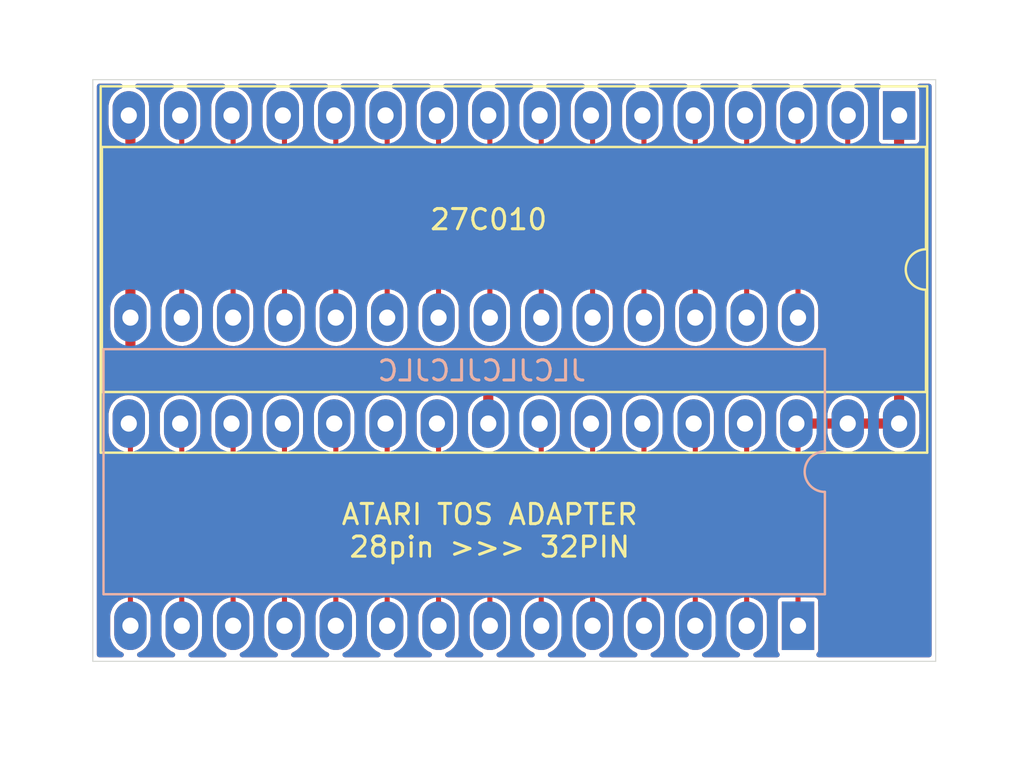
<source format=kicad_pcb>
(kicad_pcb (version 20210722) (generator pcbnew)
  (layers (0 "F.Cu" signal) (31 "B.Cu" signal) (34 "B.Paste" user) (35 "F.Paste" user) (36 "B.SilkS" user "B.Silkscreen") (37 "F.SilkS" user "F.Silkscreen") (38 "B.Mask" user) (39 "F.Mask" user) (44 "Edge.Cuts" user))
  (net 0 "")
  (footprint "Package_DIP:DIP-32_W15.24mm_Socket_LongPads" (layer "F.Cu") (at 155.12 74.77 -90)
    (fp_text reference " " (at 7.62 -2.33 90) (layer "F.SilkS"))
    (fp_text value " ")
    (fp_line (start -1.44 -1.39) (end -1.44 39.49) (layer "F.SilkS") (width 0.12))
    (fp_line (start 16.68 -1.39) (end -1.44 -1.39) (layer "F.SilkS") (width 0.12))
    (fp_line (start 16.68 39.49) (end 16.68 -1.39) (layer "F.SilkS") (width 0.12))
    (fp_line (start 13.68 39.43) (end 13.68 -1.33) (layer "F.SilkS") (width 0.12))
    (fp_line (start 1.56 39.43) (end 13.68 39.43) (layer "F.SilkS") (width 0.12))
    (fp_line (start -1.44 39.49) (end 16.68 39.49) (layer "F.SilkS") (width 0.12))
    (fp_line (start 13.68 -1.33) (end 8.62 -1.33) (layer "F.SilkS") (width 0.12))
    (fp_line (start 6.62 -1.33) (end 1.56 -1.33) (layer "F.SilkS") (width 0.12))
    (fp_line (start 1.56 -1.33) (end 1.56 39.43) (layer "F.SilkS") (width 0.12))
    (fp_arc (start 7.62 -1.33) (end 6.62 -1.33) (angle -180) (layer "F.SilkS") (width 0.12))
    (pad "1" thru_hole rect locked (at 0 0 270) (size 2.4 1.6) (drill 0.8) (layers *.Cu *.Mask))
    (pad "2" thru_hole oval locked (at 0 2.54 270) (size 2.4 1.6) (drill 0.8) (layers *.Cu *.Mask))
    (pad "3" thru_hole oval locked (at 0 5.08 270) (size 2.4 1.6) (drill 0.8) (layers *.Cu *.Mask))
    (pad "4" thru_hole oval locked (at 0 7.62 270) (size 2.4 1.6) (drill 0.8) (layers *.Cu *.Mask))
    (pad "5" thru_hole oval locked (at 0 10.16 270) (size 2.4 1.6) (drill 0.8) (layers *.Cu *.Mask))
    (pad "6" thru_hole oval locked (at 0 12.7 270) (size 2.4 1.6) (drill 0.8) (layers *.Cu *.Mask))
    (pad "7" thru_hole oval locked (at 0 15.24 270) (size 2.4 1.6) (drill 0.8) (layers *.Cu *.Mask))
    (pad "8" thru_hole oval locked (at 0 17.78 270) (size 2.4 1.6) (drill 0.8) (layers *.Cu *.Mask))
    (pad "9" thru_hole oval locked (at 0 20.32 270) (size 2.4 1.6) (drill 0.8) (layers *.Cu *.Mask))
    (pad "10" thru_hole oval locked (at 0 22.86 270) (size 2.4 1.6) (drill 0.8) (layers *.Cu *.Mask))
    (pad "11" thru_hole oval locked (at 0 25.4 270) (size 2.4 1.6) (drill 0.8) (layers *.Cu *.Mask))
    (pad "12" thru_hole oval locked (at 0 27.94 270) (size 2.4 1.6) (drill 0.8) (layers *.Cu *.Mask))
    (pad "13" thru_hole oval locked (at 0 30.48 270) (size 2.4 1.6) (drill 0.8) (layers *.Cu *.Mask))
    (pad "14" thru_hole oval locked (at 0 33.02 270) (size 2.4 1.6) (drill 0.8) (layers *.Cu *.Mask))
    (pad "15" thru_hole oval locked (at 0 35.56 270) (size 2.4 1.6) (drill 0.8) (layers *.Cu *.Mask))
    (pad "16" thru_hole oval locked (at 0 38.1 270) (size 2.4 1.6) (drill 0.8) (layers *.Cu *.Mask))
    (pad "17" thru_hole oval locked (at 15.24 38.1 270) (size 2.4 1.6) (drill 0.8) (layers *.Cu *.Mask))
    (pad "18" thru_hole oval locked (at 15.24 35.56 270) (size 2.4 1.6) (drill 0.8) (layers *.Cu *.Mask))
    (pad "19" thru_hole oval locked (at 15.24 33.02 270) (size 2.4 1.6) (drill 0.8) (layers *.Cu *.Mask))
    (pad "20" thru_hole oval locked (at 15.24 30.48 270) (size 2.4 1.6) (drill 0.8) (layers *.Cu *.Mask))
    (pad "21" thru_hole oval locked (at 15.24 27.94 270) (size 2.4 1.6) (drill 0.8) (layers *.Cu *.Mask))
    (pad "22" thru_hole oval locked (at 15.24 25.4 270) (size 2.4 1.6) (drill 0.8) (layers *.Cu *.Mask))
    (pad "23" thru_hole oval locked (at 15.24 22.86 270) (size 2.4 1.6) (drill 0.8) (layers *.Cu *.Mask))
    (pad "24" thru_hole oval locked (at 15.24 20.32 270) (size 2.4 1.6) (drill 0.8) (layers *.Cu *.Mask))
    (pad "25" thru_hole oval locked (at 15.24 17.78 270) (size 2.4 1.6) (drill 0.8) (layers *.Cu *.Mask))
    (pad "26" thru_hole oval locked (at 15.24 15.24 270) (size 2.4 1.6) (drill 0.8) (layers *.Cu *.Mask))
    (pad "27" thru_hole oval locked (at 15.24 12.7 270) (size 2.4 1.6) (drill 0.8) (layers *.Cu *.Mask))
    (pad "28" thru_hole oval locked (at 15.24 10.16 270) (size 2.4 1.6) (drill 0.8) (layers *.Cu *.Mask))
    (pad "29" thru_hole oval locked (at 15.24 7.62 270) (size 2.4 1.6) (drill 0.8) (layers *.Cu *.Mask))
    (pad "30" thru_hole oval locked (at 15.24 5.08 270) (size 2.4 1.6) (drill 0.8) (layers *.Cu *.Mask))
    (pad "31" thru_hole oval locked (at 15.24 2.54 270) (size 2.4 1.6) (drill 0.8) (layers *.Cu *.Mask))
    (pad "32" thru_hole oval locked (at 15.24 0 270) (size 2.4 1.6) (drill 0.8) (layers *.Cu *.Mask))
  )
  (footprint "Symbol:8mm fletch" (layer "F.Cu") (at 153.458206 95.521213 -90)
    (fp_text reference " " hide)
    (fp_text value "LOGO" hide)
  )
  (footprint "Package_DIP:DIP-28_W15.24mm_LongPads" (layer "B.Cu") (at 150.12 100.01 90)
    (fp_text reference " " (at 7.62 2.33 90) (layer "B.SilkS") (effects (justify mirror)))
    (fp_text value " ")
    (fp_line (start 1.56 1.33) (end 1.56 -34.35) (layer "B.SilkS") (width 0.12))
    (fp_line (start 13.68 -34.35) (end 13.68 1.33) (layer "B.SilkS") (width 0.12))
    (fp_line (start 13.68 1.33) (end 8.62 1.33) (layer "B.SilkS") (width 0.12))
    (fp_line (start 1.56 -34.35) (end 13.68 -34.35) (layer "B.SilkS") (width 0.12))
    (fp_line (start 6.62 1.33) (end 1.56 1.33) (layer "B.SilkS") (width 0.12))
    (fp_arc (start 7.62 1.33) (end 6.62 1.33) (angle 180) (layer "B.SilkS") (width 0.12))
    (pad "1" thru_hole rect locked (at 0 0 90) (size 2.4 1.6) (drill 0.8) (layers *.Cu *.Mask))
    (pad "2" thru_hole oval locked (at 0 -2.54 90) (size 2.4 1.6) (drill 0.8) (layers *.Cu *.Mask))
    (pad "3" thru_hole oval locked (at 0 -5.08 90) (size 2.4 1.6) (drill 0.8) (layers *.Cu *.Mask))
    (pad "4" thru_hole oval locked (at 0 -7.62 90) (size 2.4 1.6) (drill 0.8) (layers *.Cu *.Mask))
    (pad "5" thru_hole oval locked (at 0 -10.16 90) (size 2.4 1.6) (drill 0.8) (layers *.Cu *.Mask))
    (pad "6" thru_hole oval locked (at 0 -12.7 90) (size 2.4 1.6) (drill 0.8) (layers *.Cu *.Mask))
    (pad "7" thru_hole oval locked (at 0 -15.24 90) (size 2.4 1.6) (drill 0.8) (layers *.Cu *.Mask))
    (pad "8" thru_hole oval locked (at 0 -17.78 90) (size 2.4 1.6) (drill 0.8) (layers *.Cu *.Mask))
    (pad "9" thru_hole oval locked (at 0 -20.32 90) (size 2.4 1.6) (drill 0.8) (layers *.Cu *.Mask))
    (pad "10" thru_hole oval locked (at 0 -22.86 90) (size 2.4 1.6) (drill 0.8) (layers *.Cu *.Mask))
    (pad "11" thru_hole oval locked (at 0 -25.4 90) (size 2.4 1.6) (drill 0.8) (layers *.Cu *.Mask))
    (pad "12" thru_hole oval locked (at 0 -27.94 90) (size 2.4 1.6) (drill 0.8) (layers *.Cu *.Mask))
    (pad "13" thru_hole oval locked (at 0 -30.48 90) (size 2.4 1.6) (drill 0.8) (layers *.Cu *.Mask))
    (pad "14" thru_hole oval locked (at 0 -33.02 90) (size 2.4 1.6) (drill 0.8) (layers *.Cu *.Mask))
    (pad "15" thru_hole oval locked (at 15.24 -33.02 90) (size 2.4 1.6) (drill 0.8) (layers *.Cu *.Mask))
    (pad "16" thru_hole oval locked (at 15.24 -30.48 90) (size 2.4 1.6) (drill 0.8) (layers *.Cu *.Mask))
    (pad "17" thru_hole oval locked (at 15.24 -27.94 90) (size 2.4 1.6) (drill 0.8) (layers *.Cu *.Mask))
    (pad "18" thru_hole oval locked (at 15.24 -25.4 90) (size 2.4 1.6) (drill 0.8) (layers *.Cu *.Mask))
    (pad "19" thru_hole oval locked (at 15.24 -22.86 90) (size 2.4 1.6) (drill 0.8) (layers *.Cu *.Mask))
    (pad "20" thru_hole oval locked (at 15.24 -20.32 90) (size 2.4 1.6) (drill 0.8) (layers *.Cu *.Mask))
    (pad "21" thru_hole oval locked (at 15.24 -17.78 90) (size 2.4 1.6) (drill 0.8) (layers *.Cu *.Mask))
    (pad "22" thru_hole oval locked (at 15.24 -15.24 90) (size 2.4 1.6) (drill 0.8) (layers *.Cu *.Mask))
    (pad "23" thru_hole oval locked (at 15.24 -12.7 90) (size 2.4 1.6) (drill 0.8) (layers *.Cu *.Mask))
    (pad "24" thru_hole oval locked (at 15.24 -10.16 90) (size 2.4 1.6) (drill 0.8) (layers *.Cu *.Mask))
    (pad "25" thru_hole oval locked (at 15.24 -7.62 90) (size 2.4 1.6) (drill 0.8) (layers *.Cu *.Mask))
    (pad "26" thru_hole oval locked (at 15.24 -5.08 90) (size 2.4 1.6) (drill 0.8) (layers *.Cu *.Mask))
    (pad "27" thru_hole oval locked (at 15.24 -2.54 90) (size 2.4 1.6) (drill 0.8) (layers *.Cu *.Mask))
    (pad "28" thru_hole oval locked (at 15.24 0 90) (size 2.4 1.6) (drill 0.8) (layers *.Cu *.Mask))
  )
  (gr_line (start 156.93 73) (end 156.93 101.77) (layer "Edge.Cuts") (width 0.05))
  (gr_line (start 115.24 101.77) (end 156.93 101.77) (layer "Edge.Cuts") (width 0.05))
  (gr_line (start 115.24 73) (end 115.24 101.77) (layer "Edge.Cuts") (width 0.05))
  (gr_line (start 156.93 73) (end 115.24 73) (layer "Edge.Cuts") (width 0.05))
  (gr_text "JLCJLCJLCJLC" (at 134.48 87.4) (layer "B.SilkS") (effects (font (size 1 1)) (justify mirror)))
  (gr_text "27C010" (at 134.82 79.92) (layer "F.SilkS") (effects (font (size 1 1))))
  (gr_text "ATARI TOS ADAPTER\n28pin >>> 32PIN" (at 134.87 95.31) (layer "F.SilkS") (effects (font (size 1 1))))
  (segment (start 127.26 74.85) (end 127.18 74.77) (width 0.25) (layer "F.Cu") (net 0))
  (segment (start 147.58 74.85) (end 147.5 74.77) (width 0.25) (layer "F.Cu") (net 0))
  (segment (start 134.09 87.32) (end 117.56 87.32) (width 0.5) (layer "F.Cu") (net 0))
  (segment (start 124.72 84.81) (end 124.72 74.85) (width 0.25) (layer "F.Cu") (net 0))
  (segment (start 132.34 74.85) (end 132.26 74.77) (width 0.25) (layer "F.Cu") (net 0))
  (segment (start 132.34 100.05) (end 132.34 90.09) (width 0.25) (layer "F.Cu") (net 0))
  (segment (start 134.88 100.05) (end 134.88 92.87) (width 0.25) (layer "F.Cu") (net 0))
  (segment (start 134.88 84.81) (end 134.88 74.85) (width 0.25) (layer "F.Cu") (net 0))
  (segment (start 124.72 74.85) (end 124.64 74.77) (width 0.25) (layer "F.Cu") (net 0))
  (segment (start 150.12 90.09) (end 150.04 90.01) (width 0.25) (layer "F.Cu") (net 0))
  (segment (start 147.58 90.09) (end 147.5 90.01) (width 0.25) (layer "F.Cu") (net 0))
  (segment (start 132.34 90.09) (end 132.26 90.01) (width 0.25) (layer "F.Cu") (net 0))
  (segment (start 119.64 74.85) (end 119.56 74.77) (width 0.25) (layer "F.Cu") (net 0))
  (segment (start 147.58 100.05) (end 147.58 90.09) (width 0.25) (layer "F.Cu") (net 0))
  (segment (start 122.18 100.05) (end 122.18 90.09) (width 0.25) (layer "F.Cu") (net 0))
  (segment (start 127.26 84.81) (end 127.26 74.85) (width 0.25) (layer "F.Cu") (net 0))
  (segment (start 119.64 84.81) (end 119.64 74.85) (width 0.25) (layer "F.Cu") (net 0))
  (segment (start 117.1 74.85) (end 117.02 74.77) (width 0.25) (layer "F.Cu") (net 0))
  (segment (start 150.12 100.05) (end 150.12 90.09) (width 0.25) (layer "F.Cu") (net 0))
  (segment (start 152.58 90.01) (end 155.12 90.01) (width 0.5) (layer "F.Cu") (net 0))
  (segment (start 137.42 74.85) (end 137.34 74.77) (width 0.25) (layer "F.Cu") (net 0))
  (segment (start 129.8 74.85) (end 129.72 74.77) (width 0.25) (layer "F.Cu") (net 0))
  (segment (start 122.18 74.85) (end 122.1 74.77) (width 0.25) (layer "F.Cu") (net 0))
  (segment (start 124.72 90.09) (end 124.64 90.01) (width 0.25) (layer "F.Cu") (net 0))
  (segment (start 132.34 84.81) (end 132.34 74.85) (width 0.25) (layer "F.Cu") (net 0))
  (segment (start 142.5 74.85) (end 142.42 74.77) (width 0.25) (layer "F.Cu") (net 0))
  (segment (start 137.42 100.05) (end 137.42 90.09) (width 0.25) (layer "F.Cu") (net 0))
  (segment (start 137.42 84.81) (end 137.42 74.85) (width 0.25) (layer "F.Cu") (net 0))
  (segment (start 119.64 100.05) (end 119.64 90.09) (width 0.25) (layer "F.Cu") (net 0))
  (segment (start 147.58 84.81) (end 147.58 74.85) (width 0.25) (layer "F.Cu") (net 0))
  (segment (start 117.1 84.81) (end 117.1 74.85) (width 0.5) (layer "F.Cu") (net 0))
  (segment (start 127.26 90.09) (end 127.18 90.01) (width 0.25) (layer "F.Cu") (net 0))
  (segment (start 137.42 90.09) (end 137.34 90.01) (width 0.25) (layer "F.Cu") (net 0))
  (segment (start 145.04 84.81) (end 145.04 74.85) (width 0.25) (layer "F.Cu") (net 0))
  (segment (start 136.16 91.59) (end 136.16 88.37) (width 0.25) (layer "F.Cu") (net 0))
  (segment (start 139.96 90.09) (end 139.88 90.01) (width 0.25) (layer "F.Cu") (net 0))
  (segment (start 134.88 74.85) (end 134.8 74.77) (width 0.25) (layer "F.Cu") (net 0))
  (segment (start 122.18 84.81) (end 122.18 74.85) (width 0.25) (layer "F.Cu") (net 0))
  (segment (start 150.12 74.85) (end 150.04 74.77) (width 0.25) (layer "F.Cu") (net 0))
  (segment (start 150.12 84.81) (end 150.12 74.85) (width 0.25) (layer "F.Cu") (net 0))
  (segment (start 134.8 88.03) (end 134.09 87.32) (width 0.5) (layer "F.Cu") (net 0))
  (segment (start 139.96 74.85) (end 139.88 74.77) (width 0.25) (layer "F.Cu") (net 0))
  (segment (start 129.8 84.81) (end 129.8 74.85) (width 0.25) (layer "F.Cu") (net 0))
  (segment (start 142.5 90.09) (end 142.42 90.01) (width 0.25) (layer "F.Cu") (net 0))
  (segment (start 142.5 100.05) (end 142.5 90.09) (width 0.25) (layer "F.Cu") (net 0))
  (segment (start 152.58 86.81) (end 152.58 74.77) (width 0.25) (layer "F.Cu") (net 0))
  (segment (start 124.72 100.05) (end 124.72 90.09) (width 0.25) (layer "F.Cu") (net 0))
  (segment (start 139.96 84.81) (end 139.96 74.85) (width 0.25) (layer "F.Cu") (net 0))
  (segment (start 129.8 90.09) (end 129.72 90.01) (width 0.25) (layer "F.Cu") (net 0))
  (segment (start 134.88 92.87) (end 136.16 91.59) (width 0.25) (layer "F.Cu") (net 0))
  (segment (start 145.04 100.05) (end 145.04 90.09) (width 0.25) (layer "F.Cu") (net 0))
  (segment (start 155.12 90.01) (end 155.12 74.77) (width 0.5) (layer "F.Cu") (net 0))
  (segment (start 145.04 74.85) (end 144.96 74.77) (width 0.25) (layer "F.Cu") (net 0))
  (segment (start 117.1 100.05) (end 117.1 90.09) (width 0.25) (layer "F.Cu") (net 0))
  (segment (start 145.04 90.09) (end 144.96 90.01) (width 0.25) (layer "F.Cu") (net 0))
  (segment (start 142.5 84.81) (end 142.5 74.85) (width 0.25) (layer "F.Cu") (net 0))
  (segment (start 136.16 88.37) (end 137.14 87.39) (width 0.25) (layer "F.Cu") (net 0))
  (segment (start 152 87.39) (end 152.58 86.81) (width 0.25) (layer "F.Cu") (net 0))
  (segment (start 117.1 86.86) (end 117.1 84.81) (width 0.5) (layer "F.Cu") (net 0))
  (segment (start 137.14 87.39) (end 152 87.39) (width 0.25) (layer "F.Cu") (net 0))
  (segment (start 117.56 87.32) (end 117.1 86.86) (width 0.5) (layer "F.Cu") (net 0))
  (segment (start 122.18 90.09) (end 122.1 90.01) (width 0.25) (layer "F.Cu") (net 0))
  (segment (start 139.96 100.05) (end 139.96 90.09) (width 0.25) (layer "F.Cu") (net 0))
  (segment (start 127.26 100.05) (end 127.26 90.09) (width 0.25) (layer "F.Cu") (net 0))
  (segment (start 152.58 90.01) (end 150.04 90.01) (width 0.5) (layer "F.Cu") (net 0))
  (segment (start 119.64 90.09) (end 119.56 90.01) (width 0.25) (layer "F.Cu") (net 0))
  (segment (start 117.1 90.09) (end 117.02 90.01) (width 0.25) (layer "F.Cu") (net 0))
  (segment (start 134.8 90.01) (end 134.8 88.03) (width 0.5) (layer "F.Cu") (net 0))
  (segment (start 129.8 100.05) (end 129.8 90.09) (width 0.25) (layer "F.Cu") (net 0))
  (zone (net 0) (net_name "") (layer "F.Cu") (connect_pads (clearance 0.2)) (min_thickness 0.254) (fill yes (thermal_gap 0.508) (thermal_bridge_width 0.508))
    (polygon (pts (xy 156.66 99.03) (xy 150.31 99.03) (xy 150.31 91.88) (xy 156.66 91.88)))
  )
  (zone (net 0) (net_name "") (layer "F.Cu") (connect_pads (clearance 0.2)) (min_thickness 0.254) (fill yes (thermal_gap 0.508) (thermal_bridge_width 0.508))
    (polygon (pts (xy 161.32 107.82) (xy 110.65 107.82) (xy 110.65 69.06) (xy 161.32 69.06)))
  )
  (zone (net 0) (net_name "") (layer "B.Cu") (connect_pads (clearance 0.2)) (min_thickness 0.254) (fill yes (thermal_gap 0.508) (thermal_bridge_width 0.508))
    (polygon (pts (xy 159.71 106.2) (xy 112.28 106.2) (xy 112.28 70.24) (xy 159.71 70.24)))
  )
)
</source>
